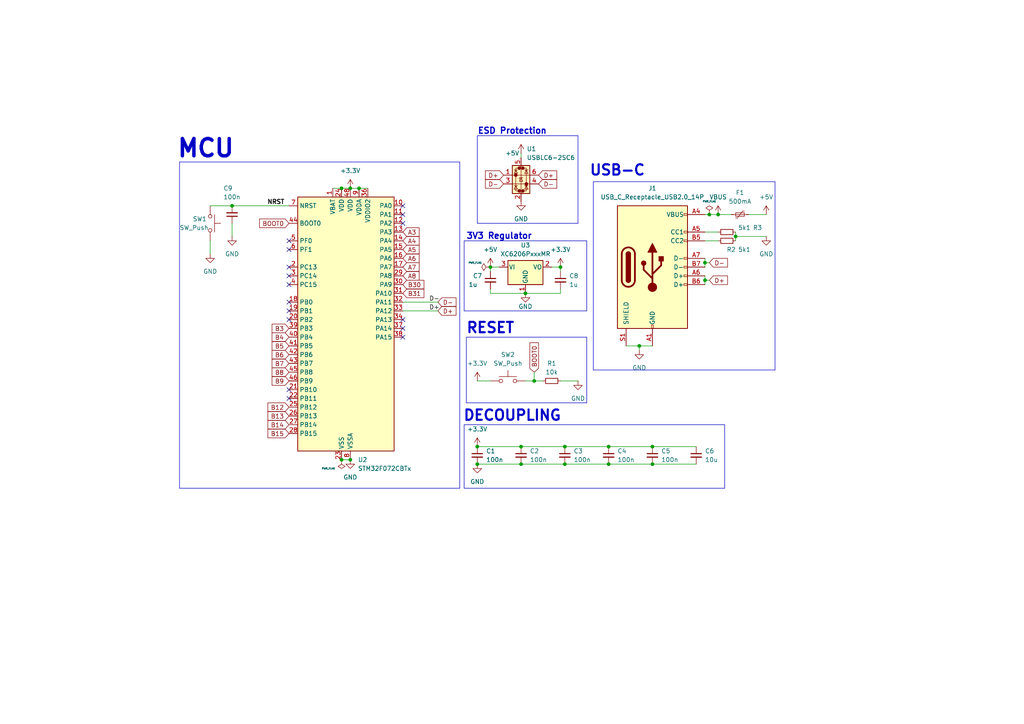
<source format=kicad_sch>
(kicad_sch (version 20231120) (generator "eeschema") (generator_version "8.0")
  (paper "A4")
  (title_block (title "KP1800 Keyboard PCB") (date "2025-03-19") (rev "0.1"))
  (lib_symbols
    (symbol "Connector:USB_C_Receptacle_USB2.0_14P" (pin_names (offset 1.016))
      (property "Reference" "J" (at 0 22.225 0))
      (property "Value" "USB_C_Receptacle_USB2.0_14P" (at 0 19.685 0))
      (symbol "USB_C_Receptacle_USB2.0_14P_0_0"
        (rectangle (start -0.254 -17.78) (end 0.254 -16.764))
        (rectangle (start 10.16 -4.826) (end 9.144 -5.334))
        (rectangle (start 10.16 -2.286) (end 9.144 -2.794))
        (rectangle (start 10.16 0.254) (end 9.144 -0.254))
        (rectangle (start 10.16 2.794) (end 9.144 2.286))
        (rectangle (start 10.16 7.874) (end 9.144 7.366))
        (rectangle (start 10.16 10.414) (end 9.144 9.906))
        (rectangle (start 10.16 15.494) (end 9.144 14.986))
      )
      (symbol "USB_C_Receptacle_USB2.0_14P_0_1"
        (rectangle (start -10.16 17.78) (end 10.16 -17.78) (stroke (width 0.254)) (fill (type background)))
        (arc (start -8.89 -3.81) (mid -6.985 -5.7067) (end -5.08 -3.81) (stroke (width 0.508)))
        (arc (start -7.62 -3.81) (mid -6.985 -4.4423) (end -6.35 -3.81) (stroke (width 0.254)))
        (arc (start -7.62 -3.81) (mid -6.985 -4.4423) (end -6.35 -3.81) (stroke (width 0.254)) (fill (type outline)))
        (rectangle (start -7.62 -3.81) (end -6.35 3.81) (stroke (width 0.254)) (fill (type outline)))
        (arc (start -6.35 3.81) (mid -6.985 4.4423) (end -7.62 3.81) (stroke (width 0.254)))
        (arc (start -6.35 3.81) (mid -6.985 4.4423) (end -7.62 3.81) (stroke (width 0.254)) (fill (type outline)))
        (arc (start -5.08 3.81) (mid -6.985 5.7067) (end -8.89 3.81) (stroke (width 0.508)))
        (circle (center -2.54 1.143) (radius 0.635) (stroke (width 0.254)) (fill (type outline)))
        (circle (center 0 -5.842) (radius 1.27) (fill (type outline)))
        (polyline (pts (xy -8.89 -3.81) (xy -8.89 3.81)) (stroke (width 0.508)))
        (polyline (pts (xy -5.08 3.81) (xy -5.08 -3.81)) (stroke (width 0.508)))
        (polyline (pts (xy 0 -5.842) (xy 0 4.318)) (stroke (width 0.508)))
        (polyline (pts (xy 0 -3.302) (xy -2.54 -0.762) (xy -2.54 0.508)) (stroke (width 0.508)))
        (polyline (pts (xy 0 -2.032) (xy 2.54 0.508) (xy 2.54 1.778)) (stroke (width 0.508)))
        (polyline (pts (xy -1.27 4.318) (xy 0 6.858) (xy 1.27 4.318) (xy -1.27 4.318)) (stroke (width 0.254)) (fill (type outline)))
        (rectangle (start 1.905 1.778) (end 3.175 3.048) (stroke (width 0.254)) (fill (type outline)))
      )
      (symbol "USB_C_Receptacle_USB2.0_14P_1_1"
        (pin passive line (at 0 -22.86 90) (length 5.08) (name "GND") (number "A1"))
        (pin passive line (at 0 -22.86 90) (length 5.08) hide (name "GND") (number "A12"))
        (pin passive line (at 15.24 15.24 180) (length 5.08) (name "VBUS") (number "A4"))
        (pin bidirectional line (at 15.24 10.16 180) (length 5.08) (name "CC1") (number "A5"))
        (pin bidirectional line (at 15.24 -2.54 180) (length 5.08) (name "D+") (number "A6"))
        (pin bidirectional line (at 15.24 2.54 180) (length 5.08) (name "D-") (number "A7"))
        (pin passive line (at 15.24 15.24 180) (length 5.08) hide (name "VBUS") (number "A9"))
        (pin passive line (at 0 -22.86 90) (length 5.08) hide (name "GND") (number "B1"))
        (pin passive line (at 0 -22.86 90) (length 5.08) hide (name "GND") (number "B12"))
        (pin passive line (at 15.24 15.24 180) (length 5.08) hide (name "VBUS") (number "B4"))
        (pin bidirectional line (at 15.24 7.62 180) (length 5.08) (name "CC2") (number "B5"))
        (pin bidirectional line (at 15.24 -5.08 180) (length 5.08) (name "D+") (number "B6"))
        (pin bidirectional line (at 15.24 0 180) (length 5.08) (name "D-") (number "B7"))
        (pin passive line (at 15.24 15.24 180) (length 5.08) hide (name "VBUS") (number "B9"))
        (pin passive line (at -7.62 -22.86 90) (length 5.08) (name "SHIELD") (number "S1"))
      )
    )
    (symbol "Device:C_Small" (pin_numbers hide) (pin_names (offset 0.254) hide)
      (property "Reference" "C" (at 0.254 1.778 0))
      (property "Value" "C_Small" (at 0.254 -2.032 0))
      (symbol "C_Small_0_1"
        (polyline (pts (xy -1.524 -0.508) (xy 1.524 -0.508)) (stroke (width 0.3302)))
        (polyline (pts (xy -1.524 0.508) (xy 1.524 0.508)) (stroke (width 0.3048)))
      )
      (symbol "C_Small_1_1"
        (pin passive line (at 0 2.54 270) (length 2.032) (name "~") (number "1"))
        (pin passive line (at 0 -2.54 90) (length 2.032) (name "~") (number "2"))
      )
    )
    (symbol "Device:Polyfuse_Small" (pin_numbers hide) (pin_names (offset 0))
      (property "Reference" "F" (at -1.905 0 90))
      (property "Value" "Polyfuse_Small" (at 1.905 0 90))
      (symbol "Polyfuse_Small_0_1"
        (rectangle (start -0.508 1.27) (end 0.508 -1.27))
        (polyline (pts (xy 0 2.54) (xy 0 -2.54)))
        (polyline (pts (xy -1.016 1.27) (xy -1.016 0.762) (xy 1.016 -0.762) (xy 1.016 -1.27)))
      )
      (symbol "Polyfuse_Small_1_1"
        (pin passive line (at 0 2.54 270) (length 0.635) (name "~") (number "1"))
        (pin passive line (at 0 -2.54 90) (length 0.635) (name "~") (number "2"))
      )
    )
    (symbol "Device:R_Small" (pin_numbers hide) (pin_names (offset 0.254) hide)
      (property "Reference" "R" (at 0.762 0.508 0))
      (property "Value" "R_Small" (at 0.762 -1.016 0))
      (symbol "R_Small_0_1"
        (rectangle (start -0.762 1.778) (end 0.762 -1.778) (stroke (width 0.2032)))
      )
      (symbol "R_Small_1_1"
        (pin passive line (at 0 2.54 270) (length 0.762) (name "~") (number "1"))
        (pin passive line (at 0 -2.54 90) (length 0.762) (name "~") (number "2"))
      )
    )
    (symbol "MCU_ST_STM32F0:STM32F072CBTx"
      (property "Reference" "U" (at -12.7 39.37 0))
      (property "Value" "STM32F072CBTx" (at 10.16 39.37 0))
      (symbol "STM32F072CBTx_0_1"
        (rectangle (start -12.7 -35.56) (end 15.24 38.1) (stroke (width 0.254)) (fill (type background)))
      )
      (symbol "STM32F072CBTx_1_1"
        (pin power_in line (at -2.54 40.64 270) (length 2.54) (name "VBAT") (number "1"))
        (pin bidirectional line (at 17.78 35.56 180) (length 2.54) (name "PA0") (number "10"))
        (pin bidirectional line (at 17.78 33.02 180) (length 2.54) (name "PA1") (number "11"))
        (pin bidirectional line (at 17.78 30.48 180) (length 2.54) (name "PA2") (number "12"))
        (pin bidirectional line (at 17.78 27.94 180) (length 2.54) (name "PA3") (number "13"))
        (pin bidirectional line (at 17.78 25.4 180) (length 2.54) (name "PA4") (number "14"))
        (pin bidirectional line (at 17.78 22.86 180) (length 2.54) (name "PA5") (number "15"))
        (pin bidirectional line (at 17.78 20.32 180) (length 2.54) (name "PA6") (number "16"))
        (pin bidirectional line (at 17.78 17.78 180) (length 2.54) (name "PA7") (number "17"))
        (pin bidirectional line (at -15.24 7.62 0) (length 2.54) (name "PB0") (number "18"))
        (pin bidirectional line (at -15.24 5.08 0) (length 2.54) (name "PB1") (number "19"))
        (pin bidirectional line (at -15.24 17.78 0) (length 2.54) (name "PC13") (number "2"))
        (pin bidirectional line (at -15.24 2.54 0) (length 2.54) (name "PB2") (number "20"))
        (pin bidirectional line (at -15.24 -17.78 0) (length 2.54) (name "PB10") (number "21"))
        (pin bidirectional line (at -15.24 -20.32 0) (length 2.54) (name "PB11") (number "22"))
        (pin power_in line (at 0 -38.1 90) (length 2.54) (name "VSS") (number "23"))
        (pin power_in line (at 0 40.64 270) (length 2.54) (name "VDD") (number "24"))
        (pin bidirectional line (at -15.24 -22.86 0) (length 2.54) (name "PB12") (number "25"))
        (pin bidirectional line (at -15.24 -25.4 0) (length 2.54) (name "PB13") (number "26"))
        (pin bidirectional line (at -15.24 -27.94 0) (length 2.54) (name "PB14") (number "27"))
        (pin bidirectional line (at -15.24 -30.48 0) (length 2.54) (name "PB15") (number "28"))
        (pin bidirectional line (at 17.78 15.24 180) (length 2.54) (name "PA8") (number "29"))
        (pin bidirectional line (at -15.24 15.24 0) (length 2.54) (name "PC14") (number "3"))
        (pin bidirectional line (at 17.78 12.7 180) (length 2.54) (name "PA9") (number "30"))
        (pin bidirectional line (at 17.78 10.16 180) (length 2.54) (name "PA10") (number "31"))
        (pin bidirectional line (at 17.78 7.62 180) (length 2.54) (name "PA11") (number "32"))
        (pin bidirectional line (at 17.78 5.08 180) (length 2.54) (name "PA12") (number "33"))
        (pin bidirectional line (at 17.78 2.54 180) (length 2.54) (name "PA13") (number "34"))
        (pin passive line (at 0 -38.1 90) (length 2.54) hide (name "VSS") (number "35"))
        (pin power_in line (at 7.62 40.64 270) (length 2.54) (name "VDDIO2") (number "36"))
        (pin bidirectional line (at 17.78 0 180) (length 2.54) (name "PA14") (number "37"))
        (pin bidirectional line (at 17.78 -2.54 180) (length 2.54) (name "PA15") (number "38"))
        (pin bidirectional line (at -15.24 0 0) (length 2.54) (name "PB3") (number "39"))
        (pin bidirectional line (at -15.24 12.7 0) (length 2.54) (name "PC15") (number "4"))
        (pin bidirectional line (at -15.24 -2.54 0) (length 2.54) (name "PB4") (number "40"))
        (pin bidirectional line (at -15.24 -5.08 0) (length 2.54) (name "PB5") (number "41"))
        (pin bidirectional line (at -15.24 -7.62 0) (length 2.54) (name "PB6") (number "42"))
        (pin bidirectional line (at -15.24 -10.16 0) (length 2.54) (name "PB7") (number "43"))
        (pin input line (at -15.24 30.48 0) (length 2.54) (name "BOOT0") (number "44"))
        (pin bidirectional line (at -15.24 -12.7 0) (length 2.54) (name "PB8") (number "45"))
        (pin bidirectional line (at -15.24 -15.24 0) (length 2.54) (name "PB9") (number "46"))
        (pin passive line (at 0 -38.1 90) (length 2.54) hide (name "VSS") (number "47"))
        (pin power_in line (at 2.54 40.64 270) (length 2.54) (name "VDD") (number "48"))
        (pin bidirectional line (at -15.24 25.4 0) (length 2.54) (name "PF0") (number "5"))
        (pin bidirectional line (at -15.24 22.86 0) (length 2.54) (name "PF1") (number "6"))
        (pin input line (at -15.24 35.56 0) (length 2.54) (name "NRST") (number "7"))
        (pin power_in line (at 2.54 -38.1 90) (length 2.54) (name "VSSA") (number "8"))
        (pin power_in line (at 5.08 40.64 270) (length 2.54) (name "VDDA") (number "9"))
      )
    )
    (symbol "Power_Protection:USBLC6-2SC6" (pin_names hide)
      (property "Reference" "U" (at 0.635 5.715 0))
      (property "Value" "USBLC6-2SC6" (at 0.635 3.81 0))
      (symbol "USBLC6-2SC6_0_0"
        (circle (center -1.524 0) (radius 0.0001) (stroke (width 0.508)))
        (circle (center -0.508 -4.572) (radius 0.0001) (stroke (width 0.508)))
        (circle (center -0.508 2.032) (radius 0.0001) (stroke (width 0.508)))
        (circle (center 0.508 -4.572) (radius 0.0001) (stroke (width 0.508)))
        (circle (center 0.508 2.032) (radius 0.0001) (stroke (width 0.508)))
        (circle (center 1.524 -2.54) (radius 0.0001) (stroke (width 0.508)))
      )
      (symbol "USBLC6-2SC6_0_1"
        (polyline (pts (xy -2.54 -2.54) (xy 2.54 -2.54)))
        (polyline (pts (xy -2.54 0) (xy 2.54 0)))
        (polyline (pts (xy -2.032 -3.048) (xy -1.016 -3.048)))
        (polyline (pts (xy -1.016 1.524) (xy -2.032 1.524)))
        (polyline (pts (xy 1.016 -3.048) (xy 2.032 -3.048)))
        (polyline (pts (xy 1.016 1.524) (xy 2.032 1.524)))
        (polyline (pts (xy -0.508 -1.143) (xy -0.508 -0.762) (xy 0.508 -0.762)))
        (polyline (pts (xy -2.032 0.508) (xy -1.016 0.508) (xy -1.524 1.524) (xy -2.032 0.508)))
        (polyline (pts (xy -1.016 -4.064) (xy -2.032 -4.064) (xy -1.524 -3.048) (xy -1.016 -4.064)))
        (polyline (pts (xy 0.508 -1.778) (xy -0.508 -1.778) (xy 0 -0.762) (xy 0.508 -1.778)))
        (polyline (pts (xy 2.032 -4.064) (xy 1.016 -4.064) (xy 1.524 -3.048) (xy 2.032 -4.064)))
        (polyline (pts (xy 2.032 0.508) (xy 1.016 0.508) (xy 1.524 1.524) (xy 2.032 0.508)))
        (polyline (pts (xy 0 2.54) (xy -0.508 2.032) (xy 0.508 2.032) (xy 0 1.524) (xy 0 -4.064) (xy -0.508 -4.572) (xy 0.508 -4.572) (xy 0 -5.08)))
      )
      (symbol "USBLC6-2SC6_1_1"
        (rectangle (start -2.54 2.794) (end 2.54 -5.334) (stroke (width 0.254)) (fill (type background)))
        (polyline (pts (xy -0.508 2.032) (xy -1.524 2.032) (xy -1.524 -4.572) (xy -0.508 -4.572)))
        (polyline (pts (xy 0.508 -4.572) (xy 1.524 -4.572) (xy 1.524 2.032) (xy 0.508 2.032)))
        (pin passive line (at -5.08 0 0) (length 2.54) (name "I/O1") (number "1"))
        (pin passive line (at 0 -7.62 90) (length 2.54) (name "GND") (number "2"))
        (pin passive line (at -5.08 -2.54 0) (length 2.54) (name "I/O2") (number "3"))
        (pin passive line (at 5.08 -2.54 180) (length 2.54) (name "I/O2") (number "4"))
        (pin passive line (at 0 5.08 270) (length 2.54) (name "VBUS") (number "5"))
        (pin passive line (at 5.08 0 180) (length 2.54) (name "I/O1") (number "6"))
      )
    )
    (symbol "Regulator_Linear:XC6206PxxxMR" (pin_names (offset 0.254))
      (property "Reference" "U" (at -3.81 3.175 0))
      (property "Value" "XC6206PxxxMR" (at 0 3.175 0))
      (symbol "XC6206PxxxMR_0_1"
        (rectangle (start -5.08 1.905) (end 5.08 -5.08) (stroke (width 0.254)) (fill (type background)))
      )
      (symbol "XC6206PxxxMR_1_1"
        (pin power_in line (at 0 -7.62 90) (length 2.54) (name "GND") (number "1"))
        (pin power_out line (at 7.62 0 180) (length 2.54) (name "VO") (number "2"))
        (pin power_in line (at -7.62 0 0) (length 2.54) (name "VI") (number "3"))
      )
    )
    (symbol "Switch:SW_Push" (pin_numbers hide) (pin_names (offset 1.016) hide)
      (property "Reference" "SW" (at 1.27 2.54 0))
      (property "Value" "SW_Push" (at 0 -1.524 0))
      (symbol "SW_Push_0_1"
        (circle (center -2.032 0) (radius 0.508))
        (polyline (pts (xy 0 1.27) (xy 0 3.048)))
        (polyline (pts (xy 2.54 1.27) (xy -2.54 1.27)))
        (circle (center 2.032 0) (radius 0.508))
        (pin passive line (at -5.08 0 0) (length 2.54) (name "1") (number "1"))
        (pin passive line (at 5.08 0 180) (length 2.54) (name "2") (number "2"))
      )
    )
    (symbol "power:+3.3V" (power) (pin_numbers hide) (pin_names (offset 0) hide)
      (property "Value" "+3.3V" (at 0 3.556 0))
      (symbol "+3.3V_0_1"
        (polyline (pts (xy -0.762 1.27) (xy 0 2.54)))
        (polyline (pts (xy 0 0) (xy 0 2.54)))
        (polyline (pts (xy 0 2.54) (xy 0.762 1.27)))
      )
      (symbol "+3.3V_1_1"
        (pin power_in line (at 0 0 90) (length 0) (name "~") (number "1"))
      )
    )
    (symbol "power:+5V" (power) (pin_numbers hide) (pin_names (offset 0) hide)
      (property "Value" "+5V" (at 0 3.556 0))
      (symbol "+5V_0_1"
        (polyline (pts (xy -0.762 1.27) (xy 0 2.54)))
        (polyline (pts (xy 0 0) (xy 0 2.54)))
        (polyline (pts (xy 0 2.54) (xy 0.762 1.27)))
      )
      (symbol "+5V_1_1"
        (pin power_in line (at 0 0 90) (length 0) (name "~") (number "1"))
      )
    )
    (symbol "power:GND" (power) (pin_numbers hide) (pin_names (offset 0) hide)
      (property "Value" "GND" (at 0 -3.81 0))
      (symbol "GND_0_1"
        (polyline (pts (xy 0 0) (xy 0 -1.27) (xy 1.27 -1.27) (xy 0 -2.54) (xy -1.27 -1.27) (xy 0 -1.27)))
      )
      (symbol "GND_1_1"
        (pin power_in line (at 0 0 270) (length 0) (name "~") (number "1"))
      )
    )
    (symbol "power:PWR_FLAG" (power) (pin_numbers hide) (pin_names (offset 0) hide)
      (property "Value" "PWR_FLAG" (at 0 3.81 0))
      (symbol "PWR_FLAG_0_0"
        (pin power_out line (at 0 0 90) (length 0) (name "~") (number "1"))
      )
      (symbol "PWR_FLAG_0_1"
        (polyline (pts (xy 0 0) (xy 0 1.27) (xy -1.016 1.905) (xy 0 2.54) (xy 1.016 1.905) (xy 0 1.27)))
      )
    )
    (symbol "power:VBUS" (power) (pin_numbers hide) (pin_names (offset 0) hide)
      (property "Value" "VBUS" (at 0 3.556 0))
      (symbol "VBUS_0_1"
        (polyline (pts (xy -0.762 1.27) (xy 0 2.54)))
        (polyline (pts (xy 0 0) (xy 0 2.54)))
        (polyline (pts (xy 0 2.54) (xy 0.762 1.27)))
      )
      (symbol "VBUS_1_1"
        (pin power_in line (at 0 0 90) (length 0) (name "~") (number "1"))
      )
    )
  )
  (junction (at 176.53 129.54))
  (junction (at 138.43 134.62))
  (junction (at 138.43 129.54))
  (junction (at 101.6 133.35))
  (junction (at 163.83 129.54))
  (junction (at 154.94 110.49))
  (junction (at 204.47 76.2))
  (junction (at 104.14 54.61))
  (junction (at 101.6 54.61))
  (junction (at 189.23 129.54))
  (junction (at 213.36 68.58))
  (junction (at 208.28 62.23))
  (junction (at 142.24 77.47))
  (junction (at 67.31 59.69))
  (junction (at 151.13 134.62))
  (junction (at 189.23 134.62))
  (junction (at 99.06 54.61))
  (junction (at 185.42 100.33))
  (junction (at 205.74 62.23))
  (junction (at 162.56 77.47))
  (junction (at 152.4 85.09))
  (junction (at 151.13 129.54))
  (junction (at 176.53 134.62))
  (junction (at 99.06 133.35))
  (junction (at 163.83 134.62))
  (junction (at 204.47 81.28))
  (no_connect (at 116.84 64.77))
  (no_connect (at 83.82 77.47))
  (no_connect (at 83.82 69.85))
  (no_connect (at 83.82 115.57))
  (no_connect (at 83.82 92.71))
  (no_connect (at 83.82 87.63))
  (no_connect (at 116.84 95.25))
  (no_connect (at 116.84 97.79))
  (no_connect (at 116.84 92.71))
  (no_connect (at 83.82 90.17))
  (no_connect (at 116.84 59.69))
  (no_connect (at 83.82 80.01))
  (no_connect (at 83.82 82.55))
  (no_connect (at 116.84 62.23))
  (no_connect (at 83.82 113.03))
  (no_connect (at 83.82 72.39))
  (wire (pts (xy 185.42 100.33) (xy 189.23 100.33)))
  (wire (pts (xy 138.43 110.49) (xy 142.24 110.49)))
  (polyline (pts (xy 52.07 46.99) (xy 133.35 46.99)))
  (wire (pts (xy 204.47 81.28) (xy 205.74 81.28)))
  (wire (pts (xy 67.31 59.69) (xy 83.82 59.69)))
  (wire (pts (xy 101.6 54.61) (xy 104.14 54.61)))
  (polyline (pts (xy 134.62 140.335) (xy 134.62 123.19)))
  (wire (pts (xy 152.4 110.49) (xy 154.94 110.49)))
  (wire (pts (xy 181.61 100.33) (xy 185.42 100.33)))
  (wire (pts (xy 176.53 129.54) (xy 189.23 129.54)))
  (wire (pts (xy 99.06 133.35) (xy 101.6 133.35)))
  (wire (pts (xy 99.06 54.61) (xy 101.6 54.61)))
  (wire (pts (xy 162.56 110.49) (xy 167.64 110.49)))
  (polyline (pts (xy 133.35 141.605) (xy 52.07 141.605)))
  (polyline (pts (xy 210.185 140.97) (xy 210.185 141.605)))
  (wire (pts (xy 142.24 85.09) (xy 152.4 85.09)))
  (polyline (pts (xy 210.185 123.19) (xy 210.185 140.97)))
  (wire (pts (xy 204.47 67.31) (xy 208.28 67.31)))
  (wire (pts (xy 138.43 134.62) (xy 151.13 134.62)))
  (wire (pts (xy 185.42 100.33) (xy 185.42 101.6)))
  (wire (pts (xy 176.53 134.62) (xy 189.23 134.62)))
  (polyline (pts (xy 172.085 52.705) (xy 172.085 107.315)))
  (polyline (pts (xy 170.18 116.84) (xy 135.255 116.84)))
  (polyline (pts (xy 138.43 39.37) (xy 167.64 39.37)))
  (polyline (pts (xy 135.255 97.79) (xy 170.18 97.79)))
  (wire (pts (xy 160.02 77.47) (xy 162.56 77.47)))
  (polyline (pts (xy 135.89 69.85) (xy 170.18 69.85)))
  (polyline (pts (xy 170.18 90.17) (xy 134.62 90.17)))
  (wire (pts (xy 213.36 68.58) (xy 222.25 68.58)))
  (polyline (pts (xy 133.35 46.99) (xy 133.35 141.605)))
  (wire (pts (xy 204.47 76.2) (xy 204.47 77.47)))
  (wire (pts (xy 162.56 85.09) (xy 162.56 83.82)))
  (wire (pts (xy 104.14 54.61) (xy 106.68 54.61)))
  (wire (pts (xy 116.84 90.17) (xy 127 90.17)))
  (wire (pts (xy 163.83 134.62) (xy 176.53 134.62)))
  (polyline (pts (xy 52.07 46.99) (xy 52.07 141.605)))
  (polyline (pts (xy 135.255 97.79) (xy 135.255 116.84)))
  (wire (pts (xy 151.13 44.45) (xy 151.13 45.72)))
  (wire (pts (xy 67.31 64.77) (xy 67.31 68.58)))
  (wire (pts (xy 154.94 107.95) (xy 154.94 110.49)))
  (wire (pts (xy 163.83 129.54) (xy 176.53 129.54)))
  (wire (pts (xy 189.23 129.54) (xy 201.93 129.54)))
  (wire (pts (xy 154.94 110.49) (xy 157.48 110.49)))
  (polyline (pts (xy 134.62 69.85) (xy 135.89 69.85)))
  (wire (pts (xy 204.47 80.01) (xy 204.47 81.28)))
  (wire (pts (xy 189.23 134.62) (xy 201.93 134.62)))
  (wire (pts (xy 138.43 129.54) (xy 151.13 129.54)))
  (wire (pts (xy 116.84 87.63) (xy 127 87.63)))
  (wire (pts (xy 142.24 83.82) (xy 142.24 85.09)))
  (wire (pts (xy 142.24 77.47) (xy 142.24 78.74)))
  (wire (pts (xy 213.36 68.58) (xy 213.36 69.85)))
  (polyline (pts (xy 224.79 107.315) (xy 172.085 107.315)))
  (polyline (pts (xy 167.64 39.37) (xy 167.64 64.77)))
  (polyline (pts (xy 134.62 140.97) (xy 134.62 141.605)))
  (wire (pts (xy 205.74 62.23) (xy 208.28 62.23)))
  (wire (pts (xy 152.4 85.09) (xy 162.56 85.09)))
  (polyline (pts (xy 167.64 64.77) (xy 138.43 64.77)))
  (wire (pts (xy 204.47 62.23) (xy 205.74 62.23)))
  (wire (pts (xy 217.17 62.23) (xy 222.25 62.23)))
  (wire (pts (xy 204.47 69.85) (xy 208.28 69.85)))
  (polyline (pts (xy 134.62 140.335) (xy 134.62 140.97)))
  (wire (pts (xy 60.96 69.85) (xy 60.96 73.66)))
  (wire (pts (xy 151.13 134.62) (xy 163.83 134.62)))
  (polyline (pts (xy 170.18 97.79) (xy 170.18 116.84)))
  (wire (pts (xy 204.47 81.28) (xy 204.47 82.55)))
  (polyline (pts (xy 138.43 39.37) (xy 138.43 64.77)))
  (wire (pts (xy 142.24 77.47) (xy 144.78 77.47)))
  (wire (pts (xy 151.13 129.54) (xy 163.83 129.54)))
  (polyline (pts (xy 210.185 141.605) (xy 134.62 141.605)))
  (wire (pts (xy 162.56 77.47) (xy 162.56 78.74)))
  (polyline (pts (xy 224.79 52.705) (xy 224.79 107.315)))
  (wire (pts (xy 60.96 59.69) (xy 67.31 59.69)))
  (polyline (pts (xy 172.085 52.705) (xy 224.79 52.705)))
  (polyline (pts (xy 170.18 69.85) (xy 170.18 90.17)))
  (wire (pts (xy 204.47 76.2) (xy 205.74 76.2)))
  (wire (pts (xy 208.28 62.23) (xy 212.09 62.23)))
  (polyline (pts (xy 134.62 123.19) (xy 210.185 123.19)))
  (polyline (pts (xy 134.62 90.17) (xy 134.62 69.85)))
  (wire (pts (xy 96.52 54.61) (xy 99.06 54.61)))
  (wire (pts (xy 204.47 74.93) (xy 204.47 76.2)))
  (wire (pts (xy 213.36 67.31) (xy 213.36 68.58)))
  (text "ESD Protection" (at 148.59 38.1 0) (effects (font (size 1.75 1.75) (bold yes))))
  (text "DECOUPLING" (at 148.59 120.65 0) (effects (font (size 3 3) (bold yes))))
  (text "USB-C" (at 179.07 49.53 0) (effects (font (size 3 3) (bold yes))))
  (text "3V3 Regulator" (at 144.78 68.58 0) (effects (font (size 1.75 1.75) (bold yes))))
  (text "RESET" (at 142.24 95.25 0) (effects (font (size 3 3) (bold yes))))
  (text "MCU" (at 59.69 43.18 0) (effects (font (size 5 5) (thickness 1) (bold yes))))
  (label "D-" (at 124.46 87.63 0))
  (label "D+" (at 124.46 90.17 0))
  (label "NRST" (at 77.47 59.69 0) (effects (font (bold yes))))
  (global_label "D-" (shape input) (at 205.74 76.2 0) (property "Intersheetrefs" "${INTERSHEET_REFS}" (effects (hide yes))))
  (global_label "BOOT0" (shape input) (at 83.82 64.77 180) (property "Intersheetrefs" "${INTERSHEET_REFS}" (effects (hide yes))))
  (global_label "B9" (shape input) (at 83.82 110.49 180) (property "Intersheetrefs" "${INTERSHEET_REFS}" (effects (hide yes))))
  (global_label "D+" (shape input) (at 205.74 81.28 0) (property "Intersheetrefs" "${INTERSHEET_REFS}" (effects (hide yes))))
  (global_label "B5" (shape input) (at 83.82 100.33 180) (property "Intersheetrefs" "${INTERSHEET_REFS}" (effects (hide yes))))
  (global_label "B13" (shape input) (at 83.82 120.65 180) (property "Intersheetrefs" "${INTERSHEET_REFS}" (effects (hide yes))))
  (global_label "D+" (shape input) (at 156.21 50.8 0) (property "Intersheetrefs" "${INTERSHEET_REFS}" (effects (hide yes))))
  (global_label "BOOT0" (shape input) (at 154.94 107.95 90) (property "Intersheetrefs" "${INTERSHEET_REFS}" (effects (hide yes))))
  (global_label "D-" (shape input) (at 127 87.63 0) (property "Intersheetrefs" "${INTERSHEET_REFS}" (effects (hide yes))))
  (global_label "B30" (shape input) (at 116.84 82.55 0) (property "Intersheetrefs" "${INTERSHEET_REFS}" (effects (hide yes))))
  (global_label "B4" (shape input) (at 83.82 97.79 180) (property "Intersheetrefs" "${INTERSHEET_REFS}" (effects (hide yes))))
  (global_label "A4" (shape input) (at 116.84 69.85 0) (property "Intersheetrefs" "${INTERSHEET_REFS}" (effects (hide yes))))
  (global_label "B15" (shape input) (at 83.82 125.73 180) (property "Intersheetrefs" "${INTERSHEET_REFS}" (effects (hide yes))))
  (global_label "B31" (shape input) (at 116.84 85.09 0) (property "Intersheetrefs" "${INTERSHEET_REFS}" (effects (hide yes))))
  (global_label "D+" (shape input) (at 146.05 50.8 180) (property "Intersheetrefs" "${INTERSHEET_REFS}" (effects (hide yes))))
  (global_label "B3" (shape input) (at 83.82 95.25 180) (property "Intersheetrefs" "${INTERSHEET_REFS}" (effects (hide yes))))
  (global_label "B12" (shape input) (at 83.82 118.11 180) (property "Intersheetrefs" "${INTERSHEET_REFS}" (effects (hide yes))))
  (global_label "A3" (shape input) (at 116.84 67.31 0) (property "Intersheetrefs" "${INTERSHEET_REFS}" (effects (hide yes))))
  (global_label "B6" (shape input) (at 83.82 102.87 180) (property "Intersheetrefs" "${INTERSHEET_REFS}" (effects (hide yes))))
  (global_label "D-" (shape input) (at 146.05 53.34 180) (property "Intersheetrefs" "${INTERSHEET_REFS}" (effects (hide yes))))
  (global_label "B14" (shape input) (at 83.82 123.19 180) (property "Intersheetrefs" "${INTERSHEET_REFS}" (effects (hide yes))))
  (global_label "D-" (shape input) (at 156.21 53.34 0) (property "Intersheetrefs" "${INTERSHEET_REFS}" (effects (hide yes))))
  (global_label "B7" (shape input) (at 83.82 105.41 180) (property "Intersheetrefs" "${INTERSHEET_REFS}" (effects (hide yes))))
  (global_label "D+" (shape input) (at 127 90.17 0) (property "Intersheetrefs" "${INTERSHEET_REFS}" (effects (hide yes))))
  (global_label "A6" (shape input) (at 116.84 74.93 0) (property "Intersheetrefs" "${INTERSHEET_REFS}" (effects (hide yes))))
  (global_label "A8" (shape input) (at 116.84 80.01 0) (property "Intersheetrefs" "${INTERSHEET_REFS}" (effects (hide yes))))
  (global_label "A5" (shape input) (at 116.84 72.39 0) (property "Intersheetrefs" "${INTERSHEET_REFS}" (effects (hide yes))))
  (global_label "A7" (shape input) (at 116.84 77.47 0) (property "Intersheetrefs" "${INTERSHEET_REFS}" (effects (hide yes))))
  (global_label "B8" (shape input) (at 83.82 107.95 180) (property "Intersheetrefs" "${INTERSHEET_REFS}" (effects (hide yes))))
  (symbol (lib_id "Device:Polyfuse_Small") (at 214.63 62.23 90) (unit 1)
    (property "Reference" "F1" (at 214.63 55.88 90))
    (property "Value" "500mA" (at 214.63 58.42 90))
    (property "Footprint" "Fuse:Fuse_1206_3216Metric_Pad1.42x1.75mm_HandSolder" (effects (hide yes)))
    (property "Description" "Resettable fuse, polymeric positive temperature coefficient, small symbol" (effects (hide yes)))
  )
  (symbol (lib_id "Device:C_Small") (at 163.83 132.08 0) (unit 1)
    (property "Reference" "C3" (at 166.37 130.8162 0) (effects (justify left)))
    (property "Value" "100n" (at 166.37 133.3562 0) (effects (justify left)))
    (property "Footprint" "Capacitor_SMD:C_0805_2012Metric_Pad1.18x1.45mm_HandSolder" (effects (hide yes)))
    (property "Description" "Unpolarized capacitor, small symbol" (effects (hide yes)))
  )
  (symbol (lib_id "Device:C_Small") (at 138.43 132.08 0) (unit 1)
    (property "Reference" "C1" (at 140.97 130.8162 0) (effects (justify left)))
    (property "Value" "100n" (at 140.97 133.3562 0) (effects (justify left)))
    (property "Footprint" "Capacitor_SMD:C_0805_2012Metric_Pad1.18x1.45mm_HandSolder" (effects (hide yes)))
    (property "Description" "Unpolarized capacitor, small symbol" (effects (hide yes)))
  )
  (symbol (lib_id "Device:C_Small") (at 142.24 81.28 0) (unit 1)
    (property "Reference" "C7" (at 137.16 80.01 0) (effects (justify left)))
    (property "Value" "1u" (at 135.89 82.55 0) (effects (justify left)))
    (property "Footprint" "Capacitor_SMD:C_0805_2012Metric_Pad1.18x1.45mm_HandSolder" (effects (hide yes)))
    (property "Description" "Unpolarized capacitor, small symbol" (effects (hide yes)))
  )
  (symbol (lib_id "power:+5V") (at 151.13 44.45 0) (unit 1)
    (property "Reference" "#PWR010" (effects (hide yes)))
    (property "Value" "+5V" (at 148.59 44.45 0))
    (property "Description" "Power symbol creates a global label with name \"+5V\"" (effects (hide yes)))
  )
  (symbol (lib_id "power:GND") (at 101.6 133.35 0) (unit 1)
    (property "Reference" "#PWR013" (effects (hide yes)))
    (property "Value" "GND" (at 101.6 138.43 0))
    (property "Description" "Power symbol creates a global label with name \"GND\" , ground" (effects (hide yes)))
  )
  (symbol (lib_id "power:GND") (at 151.13 58.42 0) (unit 1)
    (property "Reference" "#PWR09" (effects (hide yes)))
    (property "Value" "GND" (at 151.13 63.5 0))
    (property "Description" "Power symbol creates a global label with name \"GND\" , ground" (effects (hide yes)))
  )
  (symbol (lib_id "power:PWR_FLAG") (at 99.06 133.35 180) (unit 1)
    (property "Reference" "#FLG02" (effects (hide yes)))
    (property "Value" "PWR_FLAG" (at 95.25 135.89 0) (effects (font (size 0.5 0.5))))
    (property "Description" "Special symbol for telling ERC where power comes from" (effects (hide yes)))
  )
  (symbol (lib_id "power:PWR_FLAG") (at 205.74 62.23 0) (unit 1)
    (property "Reference" "#FLG03" (effects (hide yes)))
    (property "Value" "PWR_FLAG" (at 205.74 58.42 0) (effects (font (size 0.5 0.5))))
    (property "Description" "Special symbol for telling ERC where power comes from" (effects (hide yes)))
  )
  (symbol (lib_id "power:+3.3V") (at 162.56 77.47 0) (unit 1)
    (property "Reference" "#PWR012" (effects (hide yes)))
    (property "Value" "+3.3V" (at 162.56 72.39 0))
    (property "Description" "Power symbol creates a global label with name \"+3.3V\"" (effects (hide yes)))
  )
  (symbol (lib_id "power:GND") (at 222.25 68.58 0) (unit 1)
    (property "Reference" "#PWR06" (effects (hide yes)))
    (property "Value" "GND" (at 222.25 73.66 0))
    (property "Description" "Power symbol creates a global label with name \"GND\" , ground" (effects (hide yes)))
  )
  (symbol (lib_id "Connector:USB_C_Receptacle_USB2.0_14P") (at 189.23 77.47 0) (unit 1)
    (property "Reference" "J1" (at 189.23 54.61 0))
    (property "Value" "USB_C_Receptacle_USB2.0_14P" (at 189.23 57.15 0))
    (property "Footprint" "Connector_USB:USB_C_Receptacle_HRO_TYPE-C-31-M-12" (effects (hide yes)))
    (property "Datasheet" "https://www.usb.org/sites/default/files/documents/usb_type-c.zip" (effects (hide yes)))
    (property "Description" "USB 2.0-only 14P Type-C Receptacle connector" (effects (hide yes)))
  )
  (symbol (lib_id "power:GND") (at 138.43 134.62 0) (unit 1)
    (property "Reference" "#PWR04" (effects (hide yes)))
    (property "Value" "GND" (at 138.43 139.7 0))
    (property "Description" "Power symbol creates a global label with name \"GND\" , ground" (effects (hide yes)))
  )
  (symbol (lib_id "Device:C_Small") (at 201.93 132.08 0) (unit 1)
    (property "Reference" "C6" (at 204.47 130.8162 0) (effects (justify left)))
    (property "Value" "10u" (at 204.47 133.3562 0) (effects (justify left)))
    (property "Footprint" "Capacitor_SMD:C_0805_2012Metric_Pad1.18x1.45mm_HandSolder" (effects (hide yes)))
    (property "Description" "Unpolarized capacitor, small symbol" (effects (hide yes)))
  )
  (symbol (lib_id "Regulator_Linear:XC6206PxxxMR") (at 152.4 77.47 0) (unit 1)
    (property "Reference" "U3" (at 152.4 71.12 0))
    (property "Value" "XC6206PxxxMR" (at 152.4 73.66 0))
    (property "Footprint" "Package_TO_SOT_SMD:SOT-23-3" (effects (hide yes)))
    (property "Datasheet" "https://www.torexsemi.com/file/xc6206/XC6206.pdf" (effects (hide yes)))
    (property "Description" "Positive 60-250mA Low Dropout Regulator, Fixed Output, SOT-23" (effects (hide yes)))
  )
  (symbol (lib_id "power:GND") (at 185.42 101.6 0) (unit 1)
    (property "Reference" "#PWR05" (effects (hide yes)))
    (property "Value" "GND" (at 185.42 106.68 0))
    (property "Description" "Power symbol creates a global label with name \"GND\" , ground" (effects (hide yes)))
  )
  (symbol (lib_id "power:+3.3V") (at 101.6 54.61 0) (unit 1)
    (property "Reference" "#PWR08" (effects (hide yes)))
    (property "Value" "+3.3V" (at 101.6 49.53 0))
    (property "Description" "Power symbol creates a global label with name \"+3.3V\"" (effects (hide yes)))
  )
  (symbol (lib_id "power:VBUS") (at 208.28 62.23 0) (unit 1)
    (property "Reference" "#PWR017" (effects (hide yes)))
    (property "Value" "VBUS" (at 208.28 57.15 0))
    (property "Description" "Power symbol creates a global label with name \"VBUS\"" (effects (hide yes)))
  )
  (symbol (lib_id "power:GND") (at 167.64 110.49 0) (unit 1)
    (property "Reference" "#PWR02" (effects (hide yes)))
    (property "Value" "GND" (at 167.64 115.57 0))
    (property "Description" "Power symbol creates a global label with name \"GND\" , ground" (effects (hide yes)))
  )
  (symbol (lib_id "power:+3.3V") (at 138.43 110.49 0) (unit 1)
    (property "Reference" "#PWR01" (effects (hide yes)))
    (property "Value" "+3.3V" (at 138.43 105.41 0))
    (property "Description" "Power symbol creates a global label with name \"+3.3V\"" (effects (hide yes)))
  )
  (symbol (lib_id "Device:C_Small") (at 189.23 132.08 0) (unit 1)
    (property "Reference" "C5" (at 191.77 130.8162 0) (effects (justify left)))
    (property "Value" "100n" (at 191.77 133.3562 0) (effects (justify left)))
    (property "Footprint" "Capacitor_SMD:C_0805_2012Metric_Pad1.18x1.45mm_HandSolder" (effects (hide yes)))
    (property "Description" "Unpolarized capacitor, small symbol" (effects (hide yes)))
  )
  (symbol (lib_id "power:PWR_FLAG") (at 142.24 77.47 90) (unit 1)
    (property "Reference" "#FLG01" (effects (hide yes)))
    (property "Value" "PWR_FLAG" (at 139.7 76.2 90) (effects (font (size 0.5 0.5)) (justify left)))
    (property "Description" "Special symbol for telling ERC where power comes from" (effects (hide yes)))
  )
  (symbol (lib_id "MCU_ST_STM32F0:STM32F072CBTx") (at 99.06 95.25 0) (unit 1)
    (property "Reference" "U2" (at 103.7941 133.35 0) (effects (justify left)))
    (property "Value" "STM32F072CBTx" (at 103.7941 135.89 0) (effects (justify left)))
    (property "Footprint" "Package_QFP:LQFP-48_7x7mm_P0.5mm" (effects (hide yes)))
    (property "Datasheet" "https://www.st.com/resource/en/datasheet/stm32f072cb.pdf" (effects (hide yes)))
    (property "Description" "STMicroelectronics Arm Cortex-M0 MCU, 128KB flash, 16KB RAM, 48 MHz, 2.0-3.6V, 37 GPIO, LQFP48" (effects (hide yes)))
  )
  (symbol (lib_id "Switch:SW_Push") (at 60.96 64.77 270) (unit 1)
    (property "Reference" "SW1" (at 55.88 63.5 90) (effects (justify left)))
    (property "Value" "SW_Push" (at 52.07 66.04 90) (effects (justify left)))
    (property "Footprint" "Button_Switch_SMD:SW_SPST_TL3342" (effects (hide yes)))
    (property "Description" "Push button switch, generic, two pins" (effects (hide yes)))
  )
  (symbol (lib_id "power:+3.3V") (at 138.43 129.54 0) (unit 1)
    (property "Reference" "#PWR03" (effects (hide yes)))
    (property "Value" "+3.3V" (at 138.43 124.46 0))
    (property "Description" "Power symbol creates a global label with name \"+3.3V\"" (effects (hide yes)))
  )
  (symbol (lib_id "Switch:SW_Push") (at 147.32 110.49 0) (unit 1)
    (property "Reference" "SW2" (at 147.32 102.87 0))
    (property "Value" "SW_Push" (at 147.32 105.41 0))
    (property "Footprint" "Button_Switch_SMD:SW_SPST_TL3342" (effects (hide yes)))
    (property "Description" "Push button switch, generic, two pins" (effects (hide yes)))
  )
  (symbol (lib_id "power:GND") (at 60.96 73.66 0) (unit 1)
    (property "Reference" "#PWR015" (effects (hide yes)))
    (property "Value" "GND" (at 60.96 78.74 0))
    (property "Description" "Power symbol creates a global label with name \"GND\" , ground" (effects (hide yes)))
  )
  (symbol (lib_id "Device:R_Small") (at 210.82 69.85 270) (unit 1)
    (property "Reference" "R2" (at 212.09 72.39 90))
    (property "Value" "5k1" (at 215.9 72.39 90))
    (property "Footprint" "Resistor_SMD:R_0603_1608Metric_Pad0.98x0.95mm_HandSolder" (effects (hide yes)))
    (property "Description" "Resistor, small symbol" (effects (hide yes)))
  )
  (symbol (lib_id "power:+5V") (at 142.24 77.47 0) (unit 1)
    (property "Reference" "#PWR011" (effects (hide yes)))
    (property "Value" "+5V" (at 142.24 72.39 0))
    (property "Description" "Power symbol creates a global label with name \"+5V\"" (effects (hide yes)))
  )
  (symbol (lib_id "Device:C_Small") (at 176.53 132.08 0) (unit 1)
    (property "Reference" "C4" (at 179.07 130.8162 0) (effects (justify left)))
    (property "Value" "100n" (at 179.07 133.3562 0) (effects (justify left)))
    (property "Footprint" "Capacitor_SMD:C_0805_2012Metric_Pad1.18x1.45mm_HandSolder" (effects (hide yes)))
    (property "Description" "Unpolarized capacitor, small symbol" (effects (hide yes)))
  )
  (symbol (lib_id "power:GND") (at 152.4 85.09 0) (unit 1)
    (property "Reference" "#PWR016" (effects (hide yes)))
    (property "Value" "GND" (at 152.4 88.9 0))
    (property "Description" "Power symbol creates a global label with name \"GND\" , ground" (effects (hide yes)))
  )
  (symbol (lib_id "Device:R_Small") (at 210.82 67.31 270) (unit 1)
    (property "Reference" "R3" (at 219.71 66.04 90))
    (property "Value" "5k1" (at 215.9 66.04 90))
    (property "Footprint" "Resistor_SMD:R_0603_1608Metric_Pad0.98x0.95mm_HandSolder" (effects (hide yes)))
    (property "Description" "Resistor, small symbol" (effects (hide yes)))
  )
  (symbol (lib_id "Device:C_Small") (at 162.56 81.28 0) (unit 1)
    (property "Reference" "C8" (at 165.1 80.0162 0) (effects (justify left)))
    (property "Value" "1u" (at 165.1 82.5562 0) (effects (justify left)))
    (property "Footprint" "Capacitor_SMD:C_0805_2012Metric_Pad1.18x1.45mm_HandSolder" (effects (hide yes)))
    (property "Description" "Unpolarized capacitor, small symbol" (effects (hide yes)))
  )
  (symbol (lib_id "Device:R_Small") (at 160.02 110.49 90) (unit 1)
    (property "Reference" "R1" (at 160.02 105.41 90))
    (property "Value" "10k" (at 160.02 107.95 90))
    (property "Footprint" "Resistor_SMD:R_0603_1608Metric_Pad0.98x0.95mm_HandSolder" (effects (hide yes)))
    (property "Description" "Resistor, small symbol" (effects (hide yes)))
  )
  (symbol (lib_id "Device:C_Small") (at 151.13 132.08 0) (unit 1)
    (property "Reference" "C2" (at 153.67 130.8162 0) (effects (justify left)))
    (property "Value" "100n" (at 153.67 133.3562 0) (effects (justify left)))
    (property "Footprint" "Capacitor_SMD:C_0805_2012Metric_Pad1.18x1.45mm_HandSolder" (effects (hide yes)))
    (property "Description" "Unpolarized capacitor, small symbol" (effects (hide yes)))
  )
  (symbol (lib_id "Device:C_Small") (at 67.31 62.23 180) (unit 1)
    (property "Reference" "C9" (at 64.77 54.61 0) (effects (justify right)))
    (property "Value" "100n" (at 64.77 57.15 0) (effects (justify right)))
    (property "Footprint" "Capacitor_SMD:C_0805_2012Metric_Pad1.18x1.45mm_HandSolder" (effects (hide yes)))
    (property "Description" "Unpolarized capacitor, small symbol" (effects (hide yes)))
  )
  (symbol (lib_id "power:+5V") (at 222.25 62.23 0) (unit 1)
    (property "Reference" "#PWR07" (effects (hide yes)))
    (property "Value" "+5V" (at 222.25 57.15 0))
    (property "Description" "Power symbol creates a global label with name \"+5V\"" (effects (hide yes)))
  )
  (symbol (lib_id "Power_Protection:USBLC6-2SC6") (at 151.13 50.8 0) (unit 1)
    (property "Reference" "U1" (at 152.7811 43.18 0) (effects (justify left)))
    (property "Value" "USBLC6-2SC6" (at 152.7811 45.72 0) (effects (justify left)))
    (property "Footprint" "Package_TO_SOT_SMD:SOT-23-6" (effects (hide yes)))
    (property "Datasheet" "https://www.st.com/resource/en/datasheet/usblc6-2.pdf" (effects (hide yes)))
    (property "Description" "Very low capacitance ESD protection diode, 2 data-line, SOT-23-6" (effects (hide yes)))
  )
  (symbol (lib_id "power:GND") (at 67.31 68.58 0) (unit 1)
    (property "Reference" "#PWR014" (effects (hide yes)))
    (property "Value" "GND" (at 67.31 73.66 0))
    (property "Description" "Power symbol creates a global label with name \"GND\" , ground" (effects (hide yes)))
  )
  (sheet (at 10.16 219.71) (size 278.13 196.85) (stroke (width 0.1524))
    (property "Sheetname" "Matrix" (at 10.16 218.9984 0) (effects (justify left bottom)))
    (property "Sheetfile" "matrix.kicad_sch" (at 10.16 417.1446 0) (effects (justify left top)))
  )
)
</source>
